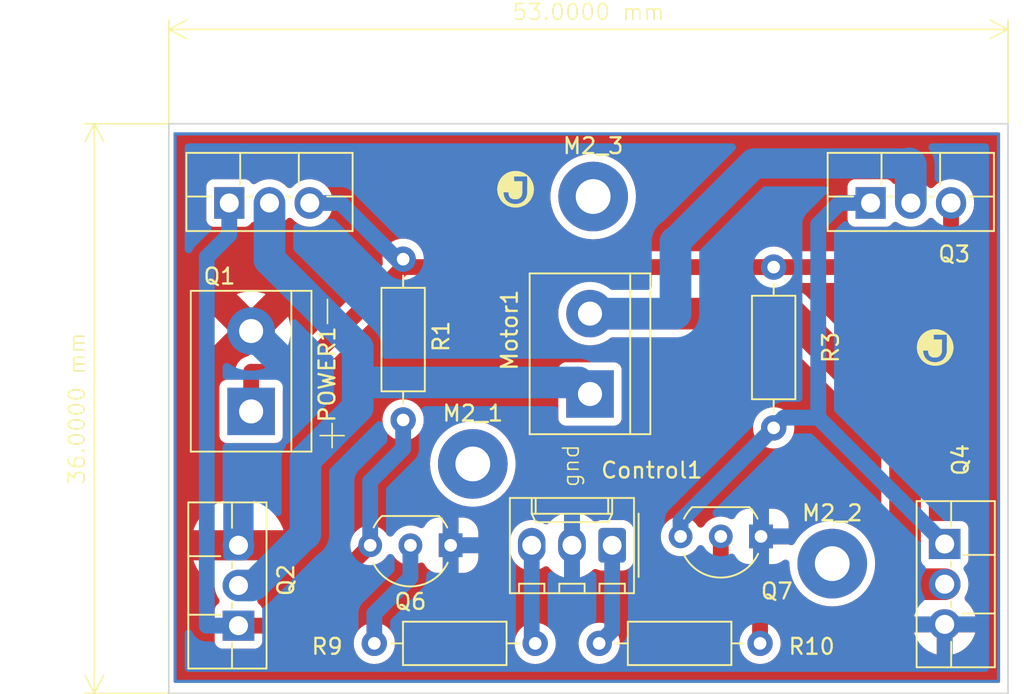
<source format=kicad_pcb>
(kicad_pcb (version 20240108) (generator "pcbnew") (generator_version "8.0")
  (layers (0 "F.Cu" signal) (31 "B.Cu" signal) (34 "B.Paste" user) (35 "F.Paste" user) (36 "B.SilkS" user "B.Silkscreen") (37 "F.SilkS" user "F.Silkscreen") (38 "B.Mask" user) (39 "F.Mask" user) (44 "Edge.Cuts" user))
  (net 0 "")
  (net 1 "/R")
  (net 2 "/L")
  (net 3 "VCC")
  (net 4 "GND")
  (net 5 "PWM 1")
  (net 6 "PWM 2")
  (net 7 "/Control")
  (net 8 "/Control 2")
  (net 9 "Net-(Q6-B)")
  (net 10 "Net-(Q7-B)")
  (footprint "Connector_Molex:Molex_KK-254_AE-6410-03A_1x03_P2.54mm_Vertical" (layer "F.Cu") (at 75 58.94 180)
    (property "Reference" "Control1" (at -2.5 4.74 0) (layer "F.SilkS"))
    (property "Value" "Conn_01x03")
    (pad "1" thru_hole roundrect (at 0 0 180) (size 1.74 2.19) (drill 1.19) (layers "*.Cu" "*.Mask") (roundrect_rratio 0.143678) (net 6 "PWM 2"))
    (pad "2" thru_hole oval (at 2.54 0 180) (size 1.74 2.19) (drill 1.19) (layers "*.Cu" "*.Mask") (net 4 "GND"))
    (pad "3" thru_hole oval (at 5.08 0 180) (size 1.74 2.19) (drill 1.19) (layers "*.Cu" "*.Mask") (net 5 "PWM 1"))
  )
  (footprint "Resistor_THT:R_Axial_DIN0207_L6.3mm_D2.5mm_P10.16mm_Horizontal" (layer "F.Cu") (at 61.8 40.86 -90)
    (property "Reference" "R1" (at 4.88 -2.4 90) (layer "F.SilkS"))
    (property "Value" "100k")
    (pad "1" thru_hole circle (at 0 0 270) (size 1.6 1.6) (drill 0.8) (layers "*.Cu" "*.Mask") (net 3 "VCC"))
    (pad "2" thru_hole oval (at 10.16 0 270) (size 1.6 1.6) (drill 0.8) (layers "*.Cu" "*.Mask") (net 7 "/Control"))
  )
  (footprint "TerminalBlock:TerminalBlock_bornier-2_P5.08mm" (layer "F.Cu") (at 52.2 50.48 90)
    (property "Reference" "POWER1" (at 2.34 4.8 90) (layer "F.SilkS"))
    (property "Value" "Conn_01x02")
    (pad "1" thru_hole rect (at 0 0 90) (size 3 3) (drill 1.52) (layers "*.Cu" "*.Mask") (net 3 "VCC"))
    (pad "2" thru_hole circle (at 5.08 0 90) (size 3 3) (drill 1.52) (layers "*.Cu" "*.Mask") (net 4 "GND") (thermal_bridge_width 2))
  )
  (footprint "Package_TO_SOT_THT:TO-220F-3_Vertical" (layer "F.Cu") (at 91.32 37.308)
    (property "Reference" "Q3" (at 5.28 3.232 0) (layer "F.SilkS"))
    (property "Value" "IRF9540N")
    (pad "1" thru_hole rect (at 0 0) (size 1.905 2) (drill 1.2) (layers "*.Cu" "*.Mask") (net 8 "/Control 2"))
    (pad "2" thru_hole oval (at 2.54 0) (size 1.905 2) (drill 1.2) (layers "*.Cu" "*.Mask") (net 1 "/R"))
    (pad "3" thru_hole oval (at 5.08 0) (size 1.905 2) (drill 1.2) (layers "*.Cu" "*.Mask") (net 3 "VCC"))
  )
  (footprint "Resistor_THT:R_Axial_DIN0207_L6.3mm_D2.5mm_P10.16mm_Horizontal" (layer "F.Cu") (at 85.2 51.52 90)
    (property "Reference" "R3" (at 5.08 3.6 90) (layer "F.SilkS"))
    (property "Value" "100k")
    (pad "1" thru_hole circle (at 0 0 90) (size 1.6 1.6) (drill 0.8) (layers "*.Cu" "*.Mask") (net 8 "/Control 2"))
    (pad "2" thru_hole oval (at 10.16 0 90) (size 1.6 1.6) (drill 0.8) (layers "*.Cu" "*.Mask") (net 3 "VCC"))
  )
  (footprint "Package_TO_SOT_THT:TO-220F-3_Vertical" (layer "F.Cu") (at 50.82 37.308)
    (property "Reference" "Q1" (at -0.62 4.632 0) (layer "F.SilkS"))
    (property "Value" "IRF9540N")
    (pad "1" thru_hole rect (at 0 0) (size 1.905 2) (drill 1.2) (layers "*.Cu" "*.Mask") (net 7 "/Control"))
    (pad "2" thru_hole oval (at 2.54 0) (size 1.905 2) (drill 1.2) (layers "*.Cu" "*.Mask") (net 2 "/L"))
    (pad "3" thru_hole oval (at 5.08 0) (size 1.905 2) (drill 1.2) (layers "*.Cu" "*.Mask") (net 3 "VCC"))
  )
  (footprint "Package_TO_SOT_THT:TO-220F-3_Vertical" (layer "F.Cu") (at 51.4 64.02 90)
    (property "Reference" "Q2" (at 2.88 3 90) (layer "F.SilkS"))
    (property "Value" "IRF540N")
    (pad "1" thru_hole rect (at 0 0 90) (size 1.905 2) (drill 1.2) (layers "*.Cu" "*.Mask") (net 7 "/Control"))
    (pad "2" thru_hole oval (at 2.54 0 90) (size 1.905 2) (drill 1.2) (layers "*.Cu" "*.Mask") (net 2 "/L"))
    (pad "3" thru_hole oval (at 5.08 0 90) (size 1.905 2) (drill 1.2) (layers "*.Cu" "*.Mask") (net 4 "GND") (thermal_bridge_width 2) (thermal_gap 2))
  )
  (footprint "Package_TO_SOT_THT:TO-92_Inline_Wide" (layer "F.Cu") (at 64.8 58.94 180)
    (property "Reference" "Q6" (at 2.54 -3.56 0) (layer "F.SilkS"))
    (property "Value" "2N3904")
    (pad "1" thru_hole rect (at 0 0 180) (size 1.5 1.5) (drill 0.8) (layers "*.Cu" "*.Mask") (net 4 "GND"))
    (pad "2" thru_hole circle (at 2.54 0 180) (size 1.5 1.5) (drill 0.8) (layers "*.Cu" "*.Mask") (net 9 "Net-(Q6-B)"))
    (pad "3" thru_hole circle (at 5.08 0 180) (size 1.5 1.5) (drill 0.8) (layers "*.Cu" "*.Mask") (net 7 "/Control"))
  )
  (footprint "Package_TO_SOT_THT:TO-220F-3_Vertical" (layer "F.Cu") (at 96 58.86 -90)
    (property "Reference" "Q4" (at -5.32 -1 90) (layer "F.SilkS"))
    (property "Value" "IRF540N")
    (pad "1" thru_hole rect (at 0 0 270) (size 1.905 2) (drill 1.2) (layers "*.Cu" "*.Mask") (net 8 "/Control 2"))
    (pad "2" thru_hole oval (at 2.54 0 270) (size 1.905 2) (drill 1.2) (layers "*.Cu" "*.Mask") (net 1 "/R"))
    (pad "3" thru_hole oval (at 5.08 0 270) (size 1.905 2) (drill 1.2) (layers "*.Cu" "*.Mask") (net 4 "GND"))
  )
  (footprint "TerminalBlock:TerminalBlock_bornier-2_P5.08mm" (layer "F.Cu") (at 73.6 49.38 90)
    (property "Reference" "Motor1" (at 4.04 -5.08 90) (layer "F.SilkS"))
    (property "Value" "Conn_01x02")
    (pad "1" thru_hole rect (at 0 0 90) (size 3 3) (drill 1.52) (layers "*.Cu" "*.Mask") (net 2 "/L"))
    (pad "2" thru_hole circle (at 5.08 0 90) (size 3 3) (drill 1.52) (layers "*.Cu" "*.Mask") (net 1 "/R"))
  )
  (footprint "MountingHole:MountingHole_2.2mm_M2_Pad_TopBottom" (layer "F.Cu") (at 88.9 60.1)
    (property "Reference" "M2_2" (at 0 -3.2 0) (layer "F.SilkS"))
    (property "Value" "MountingHole_2.2mm_M2_Pad_TopBottom")
    (pad "1" thru_hole circle (at 0 0) (size 2.6 2.6) (drill 2.2) (layers "*.Cu" "*.Mask"))
    (pad "1" connect circle (at 0 0) (size 4.4 4.4) (layers "F.Cu" "F.Mask"))
    (pad "1" connect circle (at 0 0) (size 4.4 4.4) (layers "B.Cu" "B.Mask"))
  )
  (footprint "MountingHole:MountingHole_2.2mm_M2_Pad_TopBottom" (layer "F.Cu") (at 66.2 53.8)
    (property "Reference" "M2_1" (at 0 -3.2 0) (layer "F.SilkS"))
    (property "Value" "MountingHole_2.2mm_M2_Pad_TopBottom")
    (pad "1" thru_hole circle (at 0 0) (size 2.6 2.6) (drill 2.2) (layers "*.Cu" "*.Mask"))
    (pad "1" connect circle (at 0 0) (size 4.4 4.4) (layers "F.Cu" "F.Mask"))
    (pad "1" connect circle (at 0 0) (size 4.4 4.4) (layers "B.Cu" "B.Mask"))
  )
  (footprint "MountingHole:MountingHole_2.2mm_M2_Pad_TopBottom" (layer "F.Cu") (at 73.8 36.9)
    (property "Reference" "M2_3" (at 0 -3.2 0) (layer "F.SilkS"))
    (property "Value" "MountingHole_2.2mm_M2_Pad_TopBottom")
    (pad "1" thru_hole circle (at 0 0) (size 2.6 2.6) (drill 2.2) (layers "*.Cu" "*.Mask"))
    (pad "1" connect circle (at 0 0) (size 4.4 4.4) (layers "F.Cu" "F.Mask"))
    (pad "1" connect circle (at 0 0) (size 4.4 4.4) (layers "B.Cu" "B.Mask"))
  )
  (footprint "Logo:Logo" (layer "F.Cu") (at 95.4 46.44)
    (property "Reference" "G2" (hide yes))
    (property "Value" "LOGO" (hide yes))
  )
  (footprint "Resistor_THT:R_Axial_DIN0207_L6.3mm_D2.5mm_P10.16mm_Horizontal" (layer "F.Cu") (at 74.18 65.14)
    (property "Reference" "R10" (at 13.42 0.2 0) (layer "F.SilkS"))
    (property "Value" "10k")
    (pad "1" thru_hole circle (at 0 0) (size 1.6 1.6) (drill 0.8) (layers "*.Cu" "*.Mask") (net 6 "PWM 2"))
    (pad "2" thru_hole oval (at 10.16 0) (size 1.6 1.6) (drill 0.8) (layers "*.Cu" "*.Mask") (net 10 "Net-(Q7-B)"))
  )
  (footprint "Package_TO_SOT_THT:TO-92_Inline_Wide" (layer "F.Cu") (at 84.4 58.38 180)
    (property "Reference" "Q7" (at -1 -3.46 0) (layer "F.SilkS"))
    (property "Value" "2N3904")
    (pad "1" thru_hole rect (at 0 0 180) (size 1.5 1.5) (drill 0.8) (layers "*.Cu" "*.Mask") (net 4 "GND"))
    (pad "2" thru_hole circle (at 2.54 0 180) (size 1.5 1.5) (drill 0.8) (layers "*.Cu" "*.Mask") (net 10 "Net-(Q7-B)"))
    (pad "3" thru_hole circle (at 5.08 0 180) (size 1.5 1.5) (drill 0.8) (layers "*.Cu" "*.Mask") (net 8 "/Control 2"))
  )
  (footprint "Logo:Logo" (layer "F.Cu") (at 68.9 36.44)
    (property "Reference" "G***" (hide yes))
    (property "Value" "LOGO" (hide yes))
  )
  (footprint "Resistor_THT:R_Axial_DIN0207_L6.3mm_D2.5mm_P10.16mm_Horizontal" (layer "F.Cu") (at 70.14 65.14 180)
    (property "Reference" "R9" (at 13.14 -0.2 0) (layer "F.SilkS"))
    (property "Value" "10k")
    (pad "1" thru_hole circle (at 0 0 180) (size 1.6 1.6) (drill 0.8) (layers "*.Cu" "*.Mask") (net 5 "PWM 1"))
    (pad "2" thru_hole oval (at 10.16 0 180) (size 1.6 1.6) (drill 0.8) (layers "*.Cu" "*.Mask") (net 9 "Net-(Q6-B)"))
  )
  (gr_rect (start 47.4 32.94) (end 99.4 67.54) (stroke (width 0.2)) (fill none) (layer "B.Cu"))
  (gr_rect (start 47 32.3) (end 100 68.3) (stroke (width 0.1)) (fill none) (layer "Edge.Cuts"))
  (gr_text "-" (at 56.01 42.86 -90) (layer "F.SilkS") (effects (font (size 2 2) (thickness 0.1)) (justify left bottom)))
  (gr_text "gnd" (at 72.4 55.34 90) (layer "F.SilkS") (effects (font (size 1 1) (thickness 0.1)) (justify left)))
  (gr_text "+" (at 56.01 53.02 0) (layer "F.SilkS") (effects (font (size 2 2) (thickness 0.1)) (justify left bottom)))
  (dimension (type aligned) (layer "F.SilkS") (pts (xy 47 32.74) (xy 100 32.74)) (height -6.4) (gr_text "53.0000 mm" (at 73.5 25.24 0) (layer "F.SilkS") (effects (font (size 1 1) (thickness 0.1)))) (format (prefix "") (suffix "") (units 3) (units_format 1) (precision 4)) (style (thickness 0.1) (arrow_length 1.27) (text_position_mode 0) (extension_height 0.58642) (extension_offset 0.5) keep_text_aligned))
  (dimension (type aligned) (layer "F.SilkS") (pts (xy 47.4 32.3) (xy 47.4 68.3)) (height 5.099999) (gr_text "36.0000 mm" (at 41.200001 50.3 90) (layer "F.SilkS") (effects (font (size 1 1) (thickness 0.1)))) (format (prefix "") (suffix "") (units 3) (units_format 1) (precision 4)) (style (thickness 0.1) (arrow_length 1.27) (text_position_mode 0) (extension_height 0.58642) (extension_offset 0.5) keep_text_aligned))
  (segment (start 86.26 44.3) (end 73.6 44.3) (width 2) (layer "F.Cu") (net 1))
  (segment (start 93.498 51.538) (end 86.26 44.3) (width 2) (layer "F.Cu") (net 1))
  (segment (start 93.498 61.4) (end 93.498 51.538) (width 2) (layer "F.Cu") (net 1))
  (segment (start 96 61.4) (end 93.498 61.4) (width 2) (layer "F.Cu") (net 1))
  (segment (start 93.773 34.8078) (end 93.86 34.8951) (width 2) (layer "B.Cu") (net 1))
  (segment (start 93.86 34.8951) (end 93.86 37.308) (width 2) (layer "B.Cu") (net 1))
  (segment (start 79 44.3) (end 73.6 44.3) (width 2) (layer "B.Cu") (net 1))
  (segment (start 79 39.7664) (end 79 44.3) (width 2) (layer "B.Cu") (net 1))
  (segment (start 83.9586 34.8078) (end 93.773 34.8078) (width 1.9048) (layer "B.Cu") (net 1))
  (segment (start 79 39.7664) (end 83.9586 34.8078) (width 1.9048) (layer "B.Cu") (net 1))
  (segment (start 55.626 58.2303) (end 52.376 61.48) (width 1.9048) (layer "B.Cu") (net 2))
  (segment (start 55.626 58.2303) (end 55.626 53.5337) (width 2) (layer "B.Cu") (net 2))
  (segment (start 53.36 40.8861) (end 53.36 37.308) (width 2) (layer "B.Cu") (net 2))
  (segment (start 58.932 48.6495) (end 58.932 46.4581) (width 2) (layer "B.Cu") (net 2))
  (segment (start 51.4 61.48) (end 52.201 61.48) (width 2) (layer "B.Cu") (net 2))
  (segment (start 58.932 46.4581) (end 53.36 40.8861) (width 2) (layer "B.Cu") (net 2))
  (segment (start 73.6 49.38) (end 72.8695 48.6495) (width 2) (layer "B.Cu") (net 2))
  (segment (start 55.626 53.5337) (end 58.932 50.2275) (width 2) (layer "B.Cu") (net 2))
  (segment (start 72.8695 48.6495) (end 58.932 48.6495) (width 2) (layer "B.Cu") (net 2))
  (segment (start 58.932 50.2275) (end 58.932 48.6495) (width 2) (layer "B.Cu") (net 2))
  (segment (start 52.376 61.48) (end 52.201 61.48) (width 1.9048) (layer "B.Cu") (net 2))
  (segment (start 52.2 47.9783) (end 55.182 47.9783) (width 1) (layer "F.Cu") (net 3))
  (segment (start 61.8 41.36) (end 85.2 41.36) (width 1) (layer "F.Cu") (net 3))
  (segment (start 96.4 37.308) (end 96.4 39.3097) (width 1) (layer "F.Cu") (net 3))
  (segment (start 61.8 41.36) (end 61.8 40.86) (width 1) (layer "F.Cu") (net 3))
  (segment (start 55.182 47.9783) (end 61.8 41.36) (width 1) (layer "F.Cu") (net 3))
  (segment (start 52.2 50.48) (end 52.2 47.9783) (width 1) (layer "F.Cu") (net 3))
  (segment (start 94.35 41.36) (end 85.2 41.36) (width 1) (layer "F.Cu") (net 3))
  (segment (start 96.4 39.3097) (end 94.35 41.36) (width 1) (layer "F.Cu") (net 3))
  (segment (start 57.854 37.308) (end 61.406 40.86) (width 1) (layer "B.Cu") (net 3))
  (segment (start 55.9 37.308) (end 57.854 37.308) (width 1) (layer "B.Cu") (net 3))
  (segment (start 61.406 40.86) (end 61.8 40.86) (width 1) (layer "B.Cu") (net 3))
  (segment (start 69.92 64.92) (end 70.14 65.14) (width 1) (layer "B.Cu") (net 5))
  (segment (start 69.92 58.94) (end 69.92 64.92) (width 1) (layer "B.Cu") (net 5))
  (segment (start 75 64.32) (end 74.18 65.14) (width 1) (layer "B.Cu") (net 6))
  (segment (start 75 58.94) (end 75 64.32) (width 1) (layer "B.Cu") (net 6))
  (segment (start 54.64 64.02) (end 59.72 58.94) (width 1) (layer "F.Cu") (net 7))
  (segment (start 51.4 64.02) (end 54.64 64.02) (width 1) (layer "F.Cu") (net 7))
  (segment (start 61.8 52.8217) (end 61.8 51.02) (width 1) (layer "B.Cu") (net 7))
  (segment (start 59.72 54.9017) (end 61.8 52.8217) (width 1) (layer "B.Cu") (net 7))
  (segment (start 49.398 40.7314) (end 50.82 39.3097) (width 1) (layer "B.Cu") (net 7))
  (segment (start 49.398 64.02) (end 49.398 40.7314) (width 1) (layer "B.Cu") (net 7))
  (segment (start 51.4 64.02) (end 49.398 64.02) (width 1) (layer "B.Cu") (net 7))
  (segment (start 59.72 58.94) (end 59.72 54.9017) (width 1) (layer "B.Cu") (net 7))
  (segment (start 50.82 39.3097) (end 50.82 37.308) (width 1) (layer "B.Cu") (net 7))
  (segment (start 85.846 50.8735) (end 85.2 51.52) (width 1) (layer "B.Cu") (net 8))
  (segment (start 96 58.8595) (end 88.014 50.8735) (width 1) (layer "B.Cu") (net 8))
  (segment (start 79.32 58.38) (end 79.32 57.4) (width 1) (layer "B.Cu") (net 8))
  (segment (start 88.014 50.8735) (end 85.846 50.8735) (width 1) (layer "B.Cu") (net 8))
  (segment (start 96 58.86) (end 96 58.8595) (width 1) (layer "B.Cu") (net 8))
  (segment (start 89.366 37.308) (end 88.014 38.6603) (width 1) (layer "B.Cu") (net 8))
  (segment (start 88.014 38.6603) (end 88.014 50.8735) (width 1) (layer "B.Cu") (net 8))
  (segment (start 91.32 37.308) (end 89.366 37.308) (width 1) (layer "B.Cu") (net 8))
  (segment (start 79.32 57.4) (end 85.2 51.52) (width 1) (layer "B.Cu") (net 8))
  (segment (start 62.26 60.98) (end 62.26 58.94) (width 1) (layer "B.Cu") (net 9))
  (segment (start 59.98 65.14) (end 59.98 63.26) (width 1) (layer "B.Cu") (net 9))
  (segment (start 59.98 63.26) (end 62.26 60.98) (width 1) (layer "B.Cu") (net 9))
  (segment (start 84.34 63.34) (end 81.86 60.86) (width 1) (layer "F.Cu") (net 10))
  (segment (start 84.34 65.14) (end 84.34 63.34) (width 1) (layer "F.Cu") (net 10))
  (segment (start 81.86 60.86) (end 81.86 58.38) (width 1) (layer "F.Cu") (net 10))
  (zone (net 4) (net_name "GND") (layers "F&B.Cu") (connect_pads (clearance 0.5)) (min_thickness 0.5) (fill yes (thermal_gap 1) (thermal_bridge_width 1))
    (polygon (pts (xy 47.4 32.94) (xy 99.4 32.94) (xy 99.4 67.54) (xy 47.4 67.54)))
  )
)
</source>
